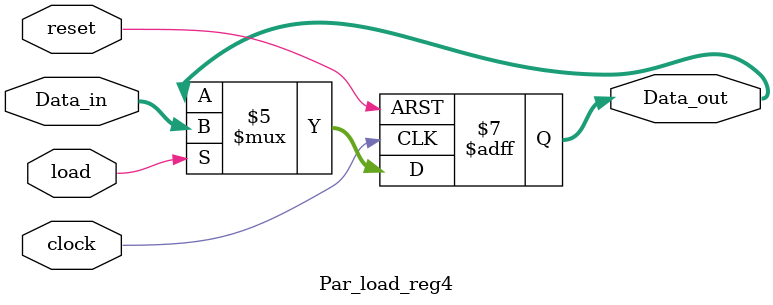
<source format=v>
module Par_load_reg4 (
    Data_out, Data_in, load, clock, reset
);
    input [3:0] Data_in;
    input load, clock, reset;
    output reg [3:0] Data_out;

    always @(posedge reset or posedge clock) begin
        if(reset == 1'b1)       Data_out <= 4'b0;
        else if(load == 1'b1)   Data_out <= Data_in;
        else                    Data_out <= Data_out;
    end
endmodule
</source>
